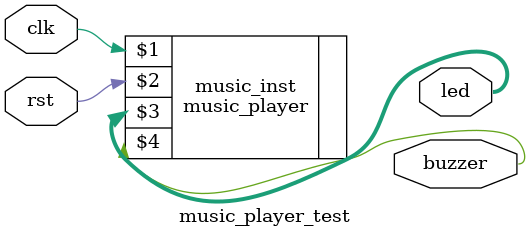
<source format=v>
`timescale 1ns / 1ps

module music_player_test(
    input clk,
    input rst,
    output[23:0] led,
    output buzzer
);
music_player music_inst(clk, rst, led, buzzer);

endmodule
</source>
